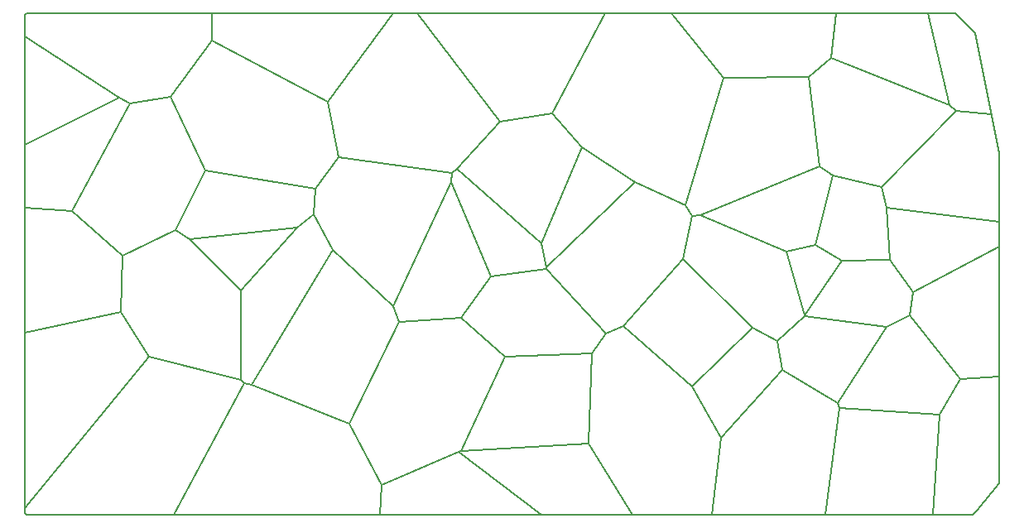
<source format=gbr>
%TF.GenerationSoftware,KiCad,Pcbnew,9.0.3*%
%TF.CreationDate,2026-02-16T14:32:07+01:00*%
%TF.ProjectId,Arduino Shield,41726475-696e-46f2-9053-6869656c642e,rev?*%
%TF.SameCoordinates,Original*%
%TF.FileFunction,Legend,Bot*%
%TF.FilePolarity,Positive*%
%FSLAX46Y46*%
G04 Gerber Fmt 4.6, Leading zero omitted, Abs format (unit mm)*
G04 Created by KiCad (PCBNEW 9.0.3) date 2026-02-16 14:32:07*
%MOMM*%
%LPD*%
G01*
G04 APERTURE LIST*
%ADD10C,0.150000*%
G04 APERTURE END LIST*
D10*
X196105786Y-47660000D02*
X101176213Y-47660000D01*
X198138798Y-49693012D02*
X196105786Y-47660000D01*
X200600000Y-61999019D02*
X198138798Y-49693012D01*
X200600000Y-95827950D02*
X200600000Y-61999019D01*
X198320818Y-98562968D02*
X200600000Y-95827950D01*
X197883786Y-99000000D02*
X198320818Y-98562968D01*
X101176213Y-99000000D02*
X197883786Y-99000000D01*
X101000000Y-98823786D02*
X101176213Y-99000000D01*
X101000000Y-47836213D02*
X101000000Y-98823786D01*
X101176213Y-47660000D02*
X101000000Y-47836213D01*
X116416754Y-69922699D02*
X117798505Y-70845110D01*
X130530988Y-68232028D02*
X128849195Y-69597449D01*
X123066202Y-85198061D02*
X123026899Y-76050404D01*
X117798505Y-70845110D02*
X128849195Y-69597449D01*
X123026899Y-76050404D02*
X117798505Y-70845110D01*
X123026899Y-76050404D02*
X128849195Y-69597449D01*
X188598390Y-65472646D02*
X183600710Y-64287249D01*
X184520246Y-73047974D02*
X181829557Y-71430229D01*
X180720977Y-78596622D02*
X178896798Y-72070015D01*
X181150503Y-54214083D02*
X182273397Y-63398197D01*
X169192475Y-68437602D02*
X170071736Y-68397147D01*
X183600710Y-64287249D02*
X182273397Y-63398197D01*
X181829557Y-71430229D02*
X183600710Y-64287249D01*
X178896798Y-72070015D02*
X181829557Y-71430229D01*
X170071736Y-68397147D02*
X178896798Y-72070015D01*
X170071736Y-68397147D02*
X182273397Y-63398197D01*
X119388436Y-63752217D02*
X130673380Y-65639303D01*
X145184018Y-63634935D02*
X144622117Y-64032618D01*
X131969672Y-56728380D02*
X133083122Y-62457799D01*
X148599098Y-74624449D02*
X144581290Y-64940788D01*
X124210519Y-85677183D02*
X132472546Y-71873917D01*
X139253721Y-79278976D02*
X138683484Y-77657355D01*
X130673380Y-65639303D02*
X130530988Y-68232028D01*
X133083122Y-62457799D02*
X130673380Y-65639303D01*
X144622117Y-64032618D02*
X144581290Y-64940788D01*
X144622117Y-64032618D02*
X133083122Y-62457799D01*
X132472546Y-71873917D02*
X130530988Y-68232028D01*
X138683484Y-77657355D02*
X144581290Y-64940788D01*
X138683484Y-77657355D02*
X132472546Y-71873917D01*
X119388436Y-63752217D02*
X116416754Y-69922699D01*
X110964821Y-72473492D02*
X116416754Y-69922699D01*
X115860021Y-56210250D02*
X119388436Y-63752217D01*
X180720977Y-78596622D02*
X184520246Y-73047974D01*
X189436152Y-72908192D02*
X184520246Y-73047974D01*
X180704831Y-78721372D02*
X180720977Y-78596622D01*
X177893342Y-81205148D02*
X175423698Y-79835766D01*
X172209542Y-91112529D02*
X169219558Y-85883540D01*
X169192475Y-68437602D02*
X168239952Y-72862524D01*
X154282341Y-73710791D02*
X154274108Y-73847233D01*
X160401269Y-80483991D02*
X162163372Y-79718563D01*
X169192475Y-68437602D02*
X168569775Y-67336610D01*
X168239952Y-72862524D02*
X175423698Y-79835766D01*
X169219558Y-85883540D02*
X175423698Y-79835766D01*
X162163372Y-79718563D02*
X169219558Y-85883540D01*
X162163372Y-79718563D02*
X168239952Y-72862524D01*
X195512367Y-57088934D02*
X196205261Y-57663658D01*
X141112612Y-47660000D02*
X149534757Y-58813176D01*
X181150503Y-54214083D02*
X172391375Y-54314479D01*
X183450169Y-52313542D02*
X181150503Y-54214083D01*
X168569775Y-67336610D02*
X172391375Y-54314479D01*
X163359506Y-64950453D02*
X168569775Y-67336610D01*
X167136928Y-47660000D02*
X172391375Y-54314479D01*
X160293924Y-47660000D02*
X154874298Y-57923223D01*
X123439901Y-85524710D02*
X124210519Y-85677183D01*
X134181198Y-89711748D02*
X124210519Y-85677183D01*
X123439901Y-85524710D02*
X123066202Y-85198061D01*
X116240856Y-99000000D02*
X123439901Y-85524710D01*
X113645262Y-82833070D02*
X123066202Y-85198061D01*
X189146735Y-67605566D02*
X188598390Y-65472646D01*
X196205261Y-57663658D02*
X188598390Y-65472646D01*
X199799659Y-57997318D02*
X196205261Y-57663658D01*
X189436152Y-72908192D02*
X189146735Y-67605566D01*
X191791263Y-76270350D02*
X189436152Y-72908192D01*
X200600000Y-69076934D02*
X189146735Y-67605566D01*
X191492092Y-78571261D02*
X189094390Y-79799592D01*
X172209542Y-91112529D02*
X178474552Y-84198758D01*
X171231695Y-99000000D02*
X172209542Y-91112529D01*
X184292437Y-88065474D02*
X184090591Y-87563529D01*
X184090591Y-87563529D02*
X189094390Y-79799592D01*
X178474552Y-84198758D02*
X184090591Y-87563529D01*
X177893342Y-81205148D02*
X178474552Y-84198758D01*
X180704831Y-78721372D02*
X177893342Y-81205148D01*
X180704831Y-78721372D02*
X189094390Y-79799592D01*
X196641110Y-85148979D02*
X194549619Y-88762182D01*
X191492092Y-78571261D02*
X196641110Y-85148979D01*
X191791263Y-76270350D02*
X191492092Y-78571261D01*
X200600000Y-71600734D02*
X191791263Y-76270350D01*
X200600000Y-84879623D02*
X196641110Y-85148979D01*
X184292437Y-88065474D02*
X194549619Y-88762182D01*
X182826003Y-99000000D02*
X184292437Y-88065474D01*
X193890397Y-99000000D02*
X194549619Y-88762182D01*
X163103818Y-99000000D02*
X158628210Y-91691869D01*
X145346509Y-92596311D02*
X145566006Y-92470211D01*
X145571890Y-78871739D02*
X139253721Y-79278976D01*
X134181198Y-89711748D02*
X139253721Y-79278976D01*
X137487915Y-95923063D02*
X134181198Y-89711748D01*
X160401269Y-80483991D02*
X158967656Y-82521422D01*
X148599098Y-74624449D02*
X154274108Y-73847233D01*
X160401269Y-80483991D02*
X154274108Y-73847233D01*
X145571890Y-78871739D02*
X150061647Y-82808046D01*
X148599098Y-74624449D02*
X145571890Y-78871739D01*
X158967656Y-82521422D02*
X158628210Y-91691869D01*
X145566006Y-92470211D02*
X158628210Y-91691869D01*
X150061647Y-82808046D02*
X145566006Y-92470211D01*
X150061647Y-82808046D02*
X158967656Y-82521422D01*
X154282341Y-73710791D02*
X153830678Y-71242305D01*
X154282341Y-73710791D02*
X163359506Y-64950453D01*
X163359506Y-64950453D02*
X157947031Y-61412117D01*
X157947031Y-61412117D02*
X154874298Y-57923223D01*
X149534757Y-58813176D02*
X154874298Y-57923223D01*
X145184018Y-63634935D02*
X149534757Y-58813176D01*
X153830678Y-71242305D02*
X145184018Y-63634935D01*
X153830678Y-71242305D02*
X157947031Y-61412117D01*
X110964821Y-72473492D02*
X105805546Y-67896472D01*
X110816177Y-78234487D02*
X110964821Y-72473492D01*
X115860021Y-56210250D02*
X111694480Y-56927973D01*
X120133680Y-50510521D02*
X115860021Y-56210250D01*
X105805546Y-67896472D02*
X101000000Y-67613049D01*
X111694480Y-56927973D02*
X110589158Y-56334522D01*
X111694480Y-56927973D02*
X105805546Y-67896472D01*
X110589158Y-56334522D02*
X101000000Y-50097837D01*
X110589158Y-56334522D02*
X101000000Y-61182346D01*
X113645262Y-82833070D02*
X101000000Y-98309359D01*
X101000000Y-80355696D02*
X110816177Y-78234487D01*
X110816177Y-78234487D02*
X113645262Y-82833070D01*
X183450169Y-52313542D02*
X195512367Y-57088934D01*
X193340885Y-47660000D02*
X195512367Y-57088934D01*
X183941196Y-47660000D02*
X183450169Y-52313542D01*
X137487915Y-95923063D02*
X145346509Y-92596311D01*
X145346509Y-92596311D02*
X153820889Y-99000000D01*
X137487915Y-95923063D02*
X137274457Y-99000000D01*
X120133680Y-50510521D02*
X120082249Y-47660000D01*
X131969672Y-56728380D02*
X120133680Y-50510521D01*
X131969672Y-56728380D02*
X138672064Y-47660000D01*
M02*

</source>
